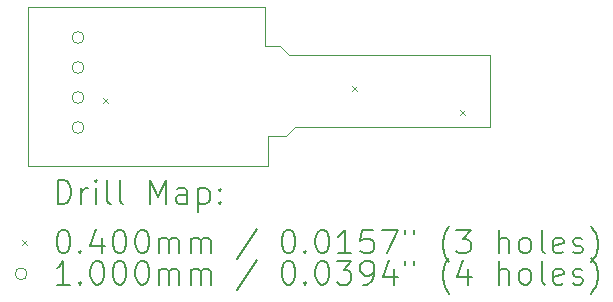
<source format=gbr>
%TF.GenerationSoftware,KiCad,Pcbnew,7.0.6-7.0.6~ubuntu22.04.1*%
%TF.CreationDate,2023-08-14T10:47:36+02:00*%
%TF.ProjectId,SHT45,53485434-352e-46b6-9963-61645f706362,rev?*%
%TF.SameCoordinates,Original*%
%TF.FileFunction,Drillmap*%
%TF.FilePolarity,Positive*%
%FSLAX45Y45*%
G04 Gerber Fmt 4.5, Leading zero omitted, Abs format (unit mm)*
G04 Created by KiCad (PCBNEW 7.0.6-7.0.6~ubuntu22.04.1) date 2023-08-14 10:47:36*
%MOMM*%
%LPD*%
G01*
G04 APERTURE LIST*
%ADD10C,0.100000*%
%ADD11C,0.200000*%
%ADD12C,0.040000*%
G04 APERTURE END LIST*
D10*
X14351000Y-7899400D02*
X14478000Y-7899400D01*
X14554200Y-7975600D01*
X16256000Y-7975600D01*
X16256000Y-8585200D01*
X14605000Y-8585200D01*
X14528800Y-8661400D01*
X14376400Y-8661400D01*
X14376400Y-8915400D01*
X12344400Y-8915400D01*
X12344400Y-7569200D01*
X14351000Y-7569200D01*
X14351000Y-7899400D01*
D11*
D12*
X12984800Y-8336600D02*
X13024800Y-8376600D01*
X13024800Y-8336600D02*
X12984800Y-8376600D01*
X15093000Y-8235000D02*
X15133000Y-8275000D01*
X15133000Y-8235000D02*
X15093000Y-8275000D01*
X16007400Y-8438200D02*
X16047400Y-8478200D01*
X16047400Y-8438200D02*
X16007400Y-8478200D01*
D10*
X12821100Y-7823200D02*
G75*
G03*
X12821100Y-7823200I-50000J0D01*
G01*
X12821100Y-8077200D02*
G75*
G03*
X12821100Y-8077200I-50000J0D01*
G01*
X12821100Y-8331200D02*
G75*
G03*
X12821100Y-8331200I-50000J0D01*
G01*
X12821100Y-8585200D02*
G75*
G03*
X12821100Y-8585200I-50000J0D01*
G01*
D11*
X12600177Y-9231884D02*
X12600177Y-9031884D01*
X12600177Y-9031884D02*
X12647796Y-9031884D01*
X12647796Y-9031884D02*
X12676367Y-9041408D01*
X12676367Y-9041408D02*
X12695415Y-9060455D01*
X12695415Y-9060455D02*
X12704939Y-9079503D01*
X12704939Y-9079503D02*
X12714462Y-9117598D01*
X12714462Y-9117598D02*
X12714462Y-9146170D01*
X12714462Y-9146170D02*
X12704939Y-9184265D01*
X12704939Y-9184265D02*
X12695415Y-9203312D01*
X12695415Y-9203312D02*
X12676367Y-9222360D01*
X12676367Y-9222360D02*
X12647796Y-9231884D01*
X12647796Y-9231884D02*
X12600177Y-9231884D01*
X12800177Y-9231884D02*
X12800177Y-9098550D01*
X12800177Y-9136646D02*
X12809701Y-9117598D01*
X12809701Y-9117598D02*
X12819224Y-9108074D01*
X12819224Y-9108074D02*
X12838272Y-9098550D01*
X12838272Y-9098550D02*
X12857320Y-9098550D01*
X12923986Y-9231884D02*
X12923986Y-9098550D01*
X12923986Y-9031884D02*
X12914462Y-9041408D01*
X12914462Y-9041408D02*
X12923986Y-9050931D01*
X12923986Y-9050931D02*
X12933510Y-9041408D01*
X12933510Y-9041408D02*
X12923986Y-9031884D01*
X12923986Y-9031884D02*
X12923986Y-9050931D01*
X13047796Y-9231884D02*
X13028748Y-9222360D01*
X13028748Y-9222360D02*
X13019224Y-9203312D01*
X13019224Y-9203312D02*
X13019224Y-9031884D01*
X13152558Y-9231884D02*
X13133510Y-9222360D01*
X13133510Y-9222360D02*
X13123986Y-9203312D01*
X13123986Y-9203312D02*
X13123986Y-9031884D01*
X13381129Y-9231884D02*
X13381129Y-9031884D01*
X13381129Y-9031884D02*
X13447796Y-9174741D01*
X13447796Y-9174741D02*
X13514462Y-9031884D01*
X13514462Y-9031884D02*
X13514462Y-9231884D01*
X13695415Y-9231884D02*
X13695415Y-9127122D01*
X13695415Y-9127122D02*
X13685891Y-9108074D01*
X13685891Y-9108074D02*
X13666843Y-9098550D01*
X13666843Y-9098550D02*
X13628748Y-9098550D01*
X13628748Y-9098550D02*
X13609701Y-9108074D01*
X13695415Y-9222360D02*
X13676367Y-9231884D01*
X13676367Y-9231884D02*
X13628748Y-9231884D01*
X13628748Y-9231884D02*
X13609701Y-9222360D01*
X13609701Y-9222360D02*
X13600177Y-9203312D01*
X13600177Y-9203312D02*
X13600177Y-9184265D01*
X13600177Y-9184265D02*
X13609701Y-9165217D01*
X13609701Y-9165217D02*
X13628748Y-9155693D01*
X13628748Y-9155693D02*
X13676367Y-9155693D01*
X13676367Y-9155693D02*
X13695415Y-9146170D01*
X13790653Y-9098550D02*
X13790653Y-9298550D01*
X13790653Y-9108074D02*
X13809701Y-9098550D01*
X13809701Y-9098550D02*
X13847796Y-9098550D01*
X13847796Y-9098550D02*
X13866843Y-9108074D01*
X13866843Y-9108074D02*
X13876367Y-9117598D01*
X13876367Y-9117598D02*
X13885891Y-9136646D01*
X13885891Y-9136646D02*
X13885891Y-9193789D01*
X13885891Y-9193789D02*
X13876367Y-9212836D01*
X13876367Y-9212836D02*
X13866843Y-9222360D01*
X13866843Y-9222360D02*
X13847796Y-9231884D01*
X13847796Y-9231884D02*
X13809701Y-9231884D01*
X13809701Y-9231884D02*
X13790653Y-9222360D01*
X13971605Y-9212836D02*
X13981129Y-9222360D01*
X13981129Y-9222360D02*
X13971605Y-9231884D01*
X13971605Y-9231884D02*
X13962082Y-9222360D01*
X13962082Y-9222360D02*
X13971605Y-9212836D01*
X13971605Y-9212836D02*
X13971605Y-9231884D01*
X13971605Y-9108074D02*
X13981129Y-9117598D01*
X13981129Y-9117598D02*
X13971605Y-9127122D01*
X13971605Y-9127122D02*
X13962082Y-9117598D01*
X13962082Y-9117598D02*
X13971605Y-9108074D01*
X13971605Y-9108074D02*
X13971605Y-9127122D01*
D12*
X12299400Y-9540400D02*
X12339400Y-9580400D01*
X12339400Y-9540400D02*
X12299400Y-9580400D01*
D11*
X12638272Y-9451884D02*
X12657320Y-9451884D01*
X12657320Y-9451884D02*
X12676367Y-9461408D01*
X12676367Y-9461408D02*
X12685891Y-9470931D01*
X12685891Y-9470931D02*
X12695415Y-9489979D01*
X12695415Y-9489979D02*
X12704939Y-9528074D01*
X12704939Y-9528074D02*
X12704939Y-9575693D01*
X12704939Y-9575693D02*
X12695415Y-9613789D01*
X12695415Y-9613789D02*
X12685891Y-9632836D01*
X12685891Y-9632836D02*
X12676367Y-9642360D01*
X12676367Y-9642360D02*
X12657320Y-9651884D01*
X12657320Y-9651884D02*
X12638272Y-9651884D01*
X12638272Y-9651884D02*
X12619224Y-9642360D01*
X12619224Y-9642360D02*
X12609701Y-9632836D01*
X12609701Y-9632836D02*
X12600177Y-9613789D01*
X12600177Y-9613789D02*
X12590653Y-9575693D01*
X12590653Y-9575693D02*
X12590653Y-9528074D01*
X12590653Y-9528074D02*
X12600177Y-9489979D01*
X12600177Y-9489979D02*
X12609701Y-9470931D01*
X12609701Y-9470931D02*
X12619224Y-9461408D01*
X12619224Y-9461408D02*
X12638272Y-9451884D01*
X12790653Y-9632836D02*
X12800177Y-9642360D01*
X12800177Y-9642360D02*
X12790653Y-9651884D01*
X12790653Y-9651884D02*
X12781129Y-9642360D01*
X12781129Y-9642360D02*
X12790653Y-9632836D01*
X12790653Y-9632836D02*
X12790653Y-9651884D01*
X12971605Y-9518550D02*
X12971605Y-9651884D01*
X12923986Y-9442360D02*
X12876367Y-9585217D01*
X12876367Y-9585217D02*
X13000177Y-9585217D01*
X13114462Y-9451884D02*
X13133510Y-9451884D01*
X13133510Y-9451884D02*
X13152558Y-9461408D01*
X13152558Y-9461408D02*
X13162082Y-9470931D01*
X13162082Y-9470931D02*
X13171605Y-9489979D01*
X13171605Y-9489979D02*
X13181129Y-9528074D01*
X13181129Y-9528074D02*
X13181129Y-9575693D01*
X13181129Y-9575693D02*
X13171605Y-9613789D01*
X13171605Y-9613789D02*
X13162082Y-9632836D01*
X13162082Y-9632836D02*
X13152558Y-9642360D01*
X13152558Y-9642360D02*
X13133510Y-9651884D01*
X13133510Y-9651884D02*
X13114462Y-9651884D01*
X13114462Y-9651884D02*
X13095415Y-9642360D01*
X13095415Y-9642360D02*
X13085891Y-9632836D01*
X13085891Y-9632836D02*
X13076367Y-9613789D01*
X13076367Y-9613789D02*
X13066843Y-9575693D01*
X13066843Y-9575693D02*
X13066843Y-9528074D01*
X13066843Y-9528074D02*
X13076367Y-9489979D01*
X13076367Y-9489979D02*
X13085891Y-9470931D01*
X13085891Y-9470931D02*
X13095415Y-9461408D01*
X13095415Y-9461408D02*
X13114462Y-9451884D01*
X13304939Y-9451884D02*
X13323986Y-9451884D01*
X13323986Y-9451884D02*
X13343034Y-9461408D01*
X13343034Y-9461408D02*
X13352558Y-9470931D01*
X13352558Y-9470931D02*
X13362082Y-9489979D01*
X13362082Y-9489979D02*
X13371605Y-9528074D01*
X13371605Y-9528074D02*
X13371605Y-9575693D01*
X13371605Y-9575693D02*
X13362082Y-9613789D01*
X13362082Y-9613789D02*
X13352558Y-9632836D01*
X13352558Y-9632836D02*
X13343034Y-9642360D01*
X13343034Y-9642360D02*
X13323986Y-9651884D01*
X13323986Y-9651884D02*
X13304939Y-9651884D01*
X13304939Y-9651884D02*
X13285891Y-9642360D01*
X13285891Y-9642360D02*
X13276367Y-9632836D01*
X13276367Y-9632836D02*
X13266843Y-9613789D01*
X13266843Y-9613789D02*
X13257320Y-9575693D01*
X13257320Y-9575693D02*
X13257320Y-9528074D01*
X13257320Y-9528074D02*
X13266843Y-9489979D01*
X13266843Y-9489979D02*
X13276367Y-9470931D01*
X13276367Y-9470931D02*
X13285891Y-9461408D01*
X13285891Y-9461408D02*
X13304939Y-9451884D01*
X13457320Y-9651884D02*
X13457320Y-9518550D01*
X13457320Y-9537598D02*
X13466843Y-9528074D01*
X13466843Y-9528074D02*
X13485891Y-9518550D01*
X13485891Y-9518550D02*
X13514463Y-9518550D01*
X13514463Y-9518550D02*
X13533510Y-9528074D01*
X13533510Y-9528074D02*
X13543034Y-9547122D01*
X13543034Y-9547122D02*
X13543034Y-9651884D01*
X13543034Y-9547122D02*
X13552558Y-9528074D01*
X13552558Y-9528074D02*
X13571605Y-9518550D01*
X13571605Y-9518550D02*
X13600177Y-9518550D01*
X13600177Y-9518550D02*
X13619224Y-9528074D01*
X13619224Y-9528074D02*
X13628748Y-9547122D01*
X13628748Y-9547122D02*
X13628748Y-9651884D01*
X13723986Y-9651884D02*
X13723986Y-9518550D01*
X13723986Y-9537598D02*
X13733510Y-9528074D01*
X13733510Y-9528074D02*
X13752558Y-9518550D01*
X13752558Y-9518550D02*
X13781129Y-9518550D01*
X13781129Y-9518550D02*
X13800177Y-9528074D01*
X13800177Y-9528074D02*
X13809701Y-9547122D01*
X13809701Y-9547122D02*
X13809701Y-9651884D01*
X13809701Y-9547122D02*
X13819224Y-9528074D01*
X13819224Y-9528074D02*
X13838272Y-9518550D01*
X13838272Y-9518550D02*
X13866843Y-9518550D01*
X13866843Y-9518550D02*
X13885891Y-9528074D01*
X13885891Y-9528074D02*
X13895415Y-9547122D01*
X13895415Y-9547122D02*
X13895415Y-9651884D01*
X14285891Y-9442360D02*
X14114463Y-9699503D01*
X14543034Y-9451884D02*
X14562082Y-9451884D01*
X14562082Y-9451884D02*
X14581129Y-9461408D01*
X14581129Y-9461408D02*
X14590653Y-9470931D01*
X14590653Y-9470931D02*
X14600177Y-9489979D01*
X14600177Y-9489979D02*
X14609701Y-9528074D01*
X14609701Y-9528074D02*
X14609701Y-9575693D01*
X14609701Y-9575693D02*
X14600177Y-9613789D01*
X14600177Y-9613789D02*
X14590653Y-9632836D01*
X14590653Y-9632836D02*
X14581129Y-9642360D01*
X14581129Y-9642360D02*
X14562082Y-9651884D01*
X14562082Y-9651884D02*
X14543034Y-9651884D01*
X14543034Y-9651884D02*
X14523986Y-9642360D01*
X14523986Y-9642360D02*
X14514463Y-9632836D01*
X14514463Y-9632836D02*
X14504939Y-9613789D01*
X14504939Y-9613789D02*
X14495415Y-9575693D01*
X14495415Y-9575693D02*
X14495415Y-9528074D01*
X14495415Y-9528074D02*
X14504939Y-9489979D01*
X14504939Y-9489979D02*
X14514463Y-9470931D01*
X14514463Y-9470931D02*
X14523986Y-9461408D01*
X14523986Y-9461408D02*
X14543034Y-9451884D01*
X14695415Y-9632836D02*
X14704939Y-9642360D01*
X14704939Y-9642360D02*
X14695415Y-9651884D01*
X14695415Y-9651884D02*
X14685891Y-9642360D01*
X14685891Y-9642360D02*
X14695415Y-9632836D01*
X14695415Y-9632836D02*
X14695415Y-9651884D01*
X14828748Y-9451884D02*
X14847796Y-9451884D01*
X14847796Y-9451884D02*
X14866844Y-9461408D01*
X14866844Y-9461408D02*
X14876367Y-9470931D01*
X14876367Y-9470931D02*
X14885891Y-9489979D01*
X14885891Y-9489979D02*
X14895415Y-9528074D01*
X14895415Y-9528074D02*
X14895415Y-9575693D01*
X14895415Y-9575693D02*
X14885891Y-9613789D01*
X14885891Y-9613789D02*
X14876367Y-9632836D01*
X14876367Y-9632836D02*
X14866844Y-9642360D01*
X14866844Y-9642360D02*
X14847796Y-9651884D01*
X14847796Y-9651884D02*
X14828748Y-9651884D01*
X14828748Y-9651884D02*
X14809701Y-9642360D01*
X14809701Y-9642360D02*
X14800177Y-9632836D01*
X14800177Y-9632836D02*
X14790653Y-9613789D01*
X14790653Y-9613789D02*
X14781129Y-9575693D01*
X14781129Y-9575693D02*
X14781129Y-9528074D01*
X14781129Y-9528074D02*
X14790653Y-9489979D01*
X14790653Y-9489979D02*
X14800177Y-9470931D01*
X14800177Y-9470931D02*
X14809701Y-9461408D01*
X14809701Y-9461408D02*
X14828748Y-9451884D01*
X15085891Y-9651884D02*
X14971606Y-9651884D01*
X15028748Y-9651884D02*
X15028748Y-9451884D01*
X15028748Y-9451884D02*
X15009701Y-9480455D01*
X15009701Y-9480455D02*
X14990653Y-9499503D01*
X14990653Y-9499503D02*
X14971606Y-9509027D01*
X15266844Y-9451884D02*
X15171606Y-9451884D01*
X15171606Y-9451884D02*
X15162082Y-9547122D01*
X15162082Y-9547122D02*
X15171606Y-9537598D01*
X15171606Y-9537598D02*
X15190653Y-9528074D01*
X15190653Y-9528074D02*
X15238272Y-9528074D01*
X15238272Y-9528074D02*
X15257320Y-9537598D01*
X15257320Y-9537598D02*
X15266844Y-9547122D01*
X15266844Y-9547122D02*
X15276367Y-9566170D01*
X15276367Y-9566170D02*
X15276367Y-9613789D01*
X15276367Y-9613789D02*
X15266844Y-9632836D01*
X15266844Y-9632836D02*
X15257320Y-9642360D01*
X15257320Y-9642360D02*
X15238272Y-9651884D01*
X15238272Y-9651884D02*
X15190653Y-9651884D01*
X15190653Y-9651884D02*
X15171606Y-9642360D01*
X15171606Y-9642360D02*
X15162082Y-9632836D01*
X15343034Y-9451884D02*
X15476367Y-9451884D01*
X15476367Y-9451884D02*
X15390653Y-9651884D01*
X15543034Y-9451884D02*
X15543034Y-9489979D01*
X15619225Y-9451884D02*
X15619225Y-9489979D01*
X15914463Y-9728074D02*
X15904939Y-9718550D01*
X15904939Y-9718550D02*
X15885891Y-9689979D01*
X15885891Y-9689979D02*
X15876368Y-9670931D01*
X15876368Y-9670931D02*
X15866844Y-9642360D01*
X15866844Y-9642360D02*
X15857320Y-9594741D01*
X15857320Y-9594741D02*
X15857320Y-9556646D01*
X15857320Y-9556646D02*
X15866844Y-9509027D01*
X15866844Y-9509027D02*
X15876368Y-9480455D01*
X15876368Y-9480455D02*
X15885891Y-9461408D01*
X15885891Y-9461408D02*
X15904939Y-9432836D01*
X15904939Y-9432836D02*
X15914463Y-9423312D01*
X15971606Y-9451884D02*
X16095415Y-9451884D01*
X16095415Y-9451884D02*
X16028748Y-9528074D01*
X16028748Y-9528074D02*
X16057320Y-9528074D01*
X16057320Y-9528074D02*
X16076368Y-9537598D01*
X16076368Y-9537598D02*
X16085891Y-9547122D01*
X16085891Y-9547122D02*
X16095415Y-9566170D01*
X16095415Y-9566170D02*
X16095415Y-9613789D01*
X16095415Y-9613789D02*
X16085891Y-9632836D01*
X16085891Y-9632836D02*
X16076368Y-9642360D01*
X16076368Y-9642360D02*
X16057320Y-9651884D01*
X16057320Y-9651884D02*
X16000177Y-9651884D01*
X16000177Y-9651884D02*
X15981129Y-9642360D01*
X15981129Y-9642360D02*
X15971606Y-9632836D01*
X16333510Y-9651884D02*
X16333510Y-9451884D01*
X16419225Y-9651884D02*
X16419225Y-9547122D01*
X16419225Y-9547122D02*
X16409701Y-9528074D01*
X16409701Y-9528074D02*
X16390653Y-9518550D01*
X16390653Y-9518550D02*
X16362082Y-9518550D01*
X16362082Y-9518550D02*
X16343034Y-9528074D01*
X16343034Y-9528074D02*
X16333510Y-9537598D01*
X16543034Y-9651884D02*
X16523987Y-9642360D01*
X16523987Y-9642360D02*
X16514463Y-9632836D01*
X16514463Y-9632836D02*
X16504939Y-9613789D01*
X16504939Y-9613789D02*
X16504939Y-9556646D01*
X16504939Y-9556646D02*
X16514463Y-9537598D01*
X16514463Y-9537598D02*
X16523987Y-9528074D01*
X16523987Y-9528074D02*
X16543034Y-9518550D01*
X16543034Y-9518550D02*
X16571606Y-9518550D01*
X16571606Y-9518550D02*
X16590653Y-9528074D01*
X16590653Y-9528074D02*
X16600177Y-9537598D01*
X16600177Y-9537598D02*
X16609701Y-9556646D01*
X16609701Y-9556646D02*
X16609701Y-9613789D01*
X16609701Y-9613789D02*
X16600177Y-9632836D01*
X16600177Y-9632836D02*
X16590653Y-9642360D01*
X16590653Y-9642360D02*
X16571606Y-9651884D01*
X16571606Y-9651884D02*
X16543034Y-9651884D01*
X16723987Y-9651884D02*
X16704939Y-9642360D01*
X16704939Y-9642360D02*
X16695415Y-9623312D01*
X16695415Y-9623312D02*
X16695415Y-9451884D01*
X16876368Y-9642360D02*
X16857320Y-9651884D01*
X16857320Y-9651884D02*
X16819225Y-9651884D01*
X16819225Y-9651884D02*
X16800177Y-9642360D01*
X16800177Y-9642360D02*
X16790653Y-9623312D01*
X16790653Y-9623312D02*
X16790653Y-9547122D01*
X16790653Y-9547122D02*
X16800177Y-9528074D01*
X16800177Y-9528074D02*
X16819225Y-9518550D01*
X16819225Y-9518550D02*
X16857320Y-9518550D01*
X16857320Y-9518550D02*
X16876368Y-9528074D01*
X16876368Y-9528074D02*
X16885892Y-9547122D01*
X16885892Y-9547122D02*
X16885892Y-9566170D01*
X16885892Y-9566170D02*
X16790653Y-9585217D01*
X16962082Y-9642360D02*
X16981130Y-9651884D01*
X16981130Y-9651884D02*
X17019225Y-9651884D01*
X17019225Y-9651884D02*
X17038273Y-9642360D01*
X17038273Y-9642360D02*
X17047796Y-9623312D01*
X17047796Y-9623312D02*
X17047796Y-9613789D01*
X17047796Y-9613789D02*
X17038273Y-9594741D01*
X17038273Y-9594741D02*
X17019225Y-9585217D01*
X17019225Y-9585217D02*
X16990653Y-9585217D01*
X16990653Y-9585217D02*
X16971606Y-9575693D01*
X16971606Y-9575693D02*
X16962082Y-9556646D01*
X16962082Y-9556646D02*
X16962082Y-9547122D01*
X16962082Y-9547122D02*
X16971606Y-9528074D01*
X16971606Y-9528074D02*
X16990653Y-9518550D01*
X16990653Y-9518550D02*
X17019225Y-9518550D01*
X17019225Y-9518550D02*
X17038273Y-9528074D01*
X17114463Y-9728074D02*
X17123987Y-9718550D01*
X17123987Y-9718550D02*
X17143034Y-9689979D01*
X17143034Y-9689979D02*
X17152558Y-9670931D01*
X17152558Y-9670931D02*
X17162082Y-9642360D01*
X17162082Y-9642360D02*
X17171606Y-9594741D01*
X17171606Y-9594741D02*
X17171606Y-9556646D01*
X17171606Y-9556646D02*
X17162082Y-9509027D01*
X17162082Y-9509027D02*
X17152558Y-9480455D01*
X17152558Y-9480455D02*
X17143034Y-9461408D01*
X17143034Y-9461408D02*
X17123987Y-9432836D01*
X17123987Y-9432836D02*
X17114463Y-9423312D01*
D10*
X12339400Y-9824400D02*
G75*
G03*
X12339400Y-9824400I-50000J0D01*
G01*
D11*
X12704939Y-9915884D02*
X12590653Y-9915884D01*
X12647796Y-9915884D02*
X12647796Y-9715884D01*
X12647796Y-9715884D02*
X12628748Y-9744455D01*
X12628748Y-9744455D02*
X12609701Y-9763503D01*
X12609701Y-9763503D02*
X12590653Y-9773027D01*
X12790653Y-9896836D02*
X12800177Y-9906360D01*
X12800177Y-9906360D02*
X12790653Y-9915884D01*
X12790653Y-9915884D02*
X12781129Y-9906360D01*
X12781129Y-9906360D02*
X12790653Y-9896836D01*
X12790653Y-9896836D02*
X12790653Y-9915884D01*
X12923986Y-9715884D02*
X12943034Y-9715884D01*
X12943034Y-9715884D02*
X12962082Y-9725408D01*
X12962082Y-9725408D02*
X12971605Y-9734931D01*
X12971605Y-9734931D02*
X12981129Y-9753979D01*
X12981129Y-9753979D02*
X12990653Y-9792074D01*
X12990653Y-9792074D02*
X12990653Y-9839693D01*
X12990653Y-9839693D02*
X12981129Y-9877789D01*
X12981129Y-9877789D02*
X12971605Y-9896836D01*
X12971605Y-9896836D02*
X12962082Y-9906360D01*
X12962082Y-9906360D02*
X12943034Y-9915884D01*
X12943034Y-9915884D02*
X12923986Y-9915884D01*
X12923986Y-9915884D02*
X12904939Y-9906360D01*
X12904939Y-9906360D02*
X12895415Y-9896836D01*
X12895415Y-9896836D02*
X12885891Y-9877789D01*
X12885891Y-9877789D02*
X12876367Y-9839693D01*
X12876367Y-9839693D02*
X12876367Y-9792074D01*
X12876367Y-9792074D02*
X12885891Y-9753979D01*
X12885891Y-9753979D02*
X12895415Y-9734931D01*
X12895415Y-9734931D02*
X12904939Y-9725408D01*
X12904939Y-9725408D02*
X12923986Y-9715884D01*
X13114462Y-9715884D02*
X13133510Y-9715884D01*
X13133510Y-9715884D02*
X13152558Y-9725408D01*
X13152558Y-9725408D02*
X13162082Y-9734931D01*
X13162082Y-9734931D02*
X13171605Y-9753979D01*
X13171605Y-9753979D02*
X13181129Y-9792074D01*
X13181129Y-9792074D02*
X13181129Y-9839693D01*
X13181129Y-9839693D02*
X13171605Y-9877789D01*
X13171605Y-9877789D02*
X13162082Y-9896836D01*
X13162082Y-9896836D02*
X13152558Y-9906360D01*
X13152558Y-9906360D02*
X13133510Y-9915884D01*
X13133510Y-9915884D02*
X13114462Y-9915884D01*
X13114462Y-9915884D02*
X13095415Y-9906360D01*
X13095415Y-9906360D02*
X13085891Y-9896836D01*
X13085891Y-9896836D02*
X13076367Y-9877789D01*
X13076367Y-9877789D02*
X13066843Y-9839693D01*
X13066843Y-9839693D02*
X13066843Y-9792074D01*
X13066843Y-9792074D02*
X13076367Y-9753979D01*
X13076367Y-9753979D02*
X13085891Y-9734931D01*
X13085891Y-9734931D02*
X13095415Y-9725408D01*
X13095415Y-9725408D02*
X13114462Y-9715884D01*
X13304939Y-9715884D02*
X13323986Y-9715884D01*
X13323986Y-9715884D02*
X13343034Y-9725408D01*
X13343034Y-9725408D02*
X13352558Y-9734931D01*
X13352558Y-9734931D02*
X13362082Y-9753979D01*
X13362082Y-9753979D02*
X13371605Y-9792074D01*
X13371605Y-9792074D02*
X13371605Y-9839693D01*
X13371605Y-9839693D02*
X13362082Y-9877789D01*
X13362082Y-9877789D02*
X13352558Y-9896836D01*
X13352558Y-9896836D02*
X13343034Y-9906360D01*
X13343034Y-9906360D02*
X13323986Y-9915884D01*
X13323986Y-9915884D02*
X13304939Y-9915884D01*
X13304939Y-9915884D02*
X13285891Y-9906360D01*
X13285891Y-9906360D02*
X13276367Y-9896836D01*
X13276367Y-9896836D02*
X13266843Y-9877789D01*
X13266843Y-9877789D02*
X13257320Y-9839693D01*
X13257320Y-9839693D02*
X13257320Y-9792074D01*
X13257320Y-9792074D02*
X13266843Y-9753979D01*
X13266843Y-9753979D02*
X13276367Y-9734931D01*
X13276367Y-9734931D02*
X13285891Y-9725408D01*
X13285891Y-9725408D02*
X13304939Y-9715884D01*
X13457320Y-9915884D02*
X13457320Y-9782550D01*
X13457320Y-9801598D02*
X13466843Y-9792074D01*
X13466843Y-9792074D02*
X13485891Y-9782550D01*
X13485891Y-9782550D02*
X13514463Y-9782550D01*
X13514463Y-9782550D02*
X13533510Y-9792074D01*
X13533510Y-9792074D02*
X13543034Y-9811122D01*
X13543034Y-9811122D02*
X13543034Y-9915884D01*
X13543034Y-9811122D02*
X13552558Y-9792074D01*
X13552558Y-9792074D02*
X13571605Y-9782550D01*
X13571605Y-9782550D02*
X13600177Y-9782550D01*
X13600177Y-9782550D02*
X13619224Y-9792074D01*
X13619224Y-9792074D02*
X13628748Y-9811122D01*
X13628748Y-9811122D02*
X13628748Y-9915884D01*
X13723986Y-9915884D02*
X13723986Y-9782550D01*
X13723986Y-9801598D02*
X13733510Y-9792074D01*
X13733510Y-9792074D02*
X13752558Y-9782550D01*
X13752558Y-9782550D02*
X13781129Y-9782550D01*
X13781129Y-9782550D02*
X13800177Y-9792074D01*
X13800177Y-9792074D02*
X13809701Y-9811122D01*
X13809701Y-9811122D02*
X13809701Y-9915884D01*
X13809701Y-9811122D02*
X13819224Y-9792074D01*
X13819224Y-9792074D02*
X13838272Y-9782550D01*
X13838272Y-9782550D02*
X13866843Y-9782550D01*
X13866843Y-9782550D02*
X13885891Y-9792074D01*
X13885891Y-9792074D02*
X13895415Y-9811122D01*
X13895415Y-9811122D02*
X13895415Y-9915884D01*
X14285891Y-9706360D02*
X14114463Y-9963503D01*
X14543034Y-9715884D02*
X14562082Y-9715884D01*
X14562082Y-9715884D02*
X14581129Y-9725408D01*
X14581129Y-9725408D02*
X14590653Y-9734931D01*
X14590653Y-9734931D02*
X14600177Y-9753979D01*
X14600177Y-9753979D02*
X14609701Y-9792074D01*
X14609701Y-9792074D02*
X14609701Y-9839693D01*
X14609701Y-9839693D02*
X14600177Y-9877789D01*
X14600177Y-9877789D02*
X14590653Y-9896836D01*
X14590653Y-9896836D02*
X14581129Y-9906360D01*
X14581129Y-9906360D02*
X14562082Y-9915884D01*
X14562082Y-9915884D02*
X14543034Y-9915884D01*
X14543034Y-9915884D02*
X14523986Y-9906360D01*
X14523986Y-9906360D02*
X14514463Y-9896836D01*
X14514463Y-9896836D02*
X14504939Y-9877789D01*
X14504939Y-9877789D02*
X14495415Y-9839693D01*
X14495415Y-9839693D02*
X14495415Y-9792074D01*
X14495415Y-9792074D02*
X14504939Y-9753979D01*
X14504939Y-9753979D02*
X14514463Y-9734931D01*
X14514463Y-9734931D02*
X14523986Y-9725408D01*
X14523986Y-9725408D02*
X14543034Y-9715884D01*
X14695415Y-9896836D02*
X14704939Y-9906360D01*
X14704939Y-9906360D02*
X14695415Y-9915884D01*
X14695415Y-9915884D02*
X14685891Y-9906360D01*
X14685891Y-9906360D02*
X14695415Y-9896836D01*
X14695415Y-9896836D02*
X14695415Y-9915884D01*
X14828748Y-9715884D02*
X14847796Y-9715884D01*
X14847796Y-9715884D02*
X14866844Y-9725408D01*
X14866844Y-9725408D02*
X14876367Y-9734931D01*
X14876367Y-9734931D02*
X14885891Y-9753979D01*
X14885891Y-9753979D02*
X14895415Y-9792074D01*
X14895415Y-9792074D02*
X14895415Y-9839693D01*
X14895415Y-9839693D02*
X14885891Y-9877789D01*
X14885891Y-9877789D02*
X14876367Y-9896836D01*
X14876367Y-9896836D02*
X14866844Y-9906360D01*
X14866844Y-9906360D02*
X14847796Y-9915884D01*
X14847796Y-9915884D02*
X14828748Y-9915884D01*
X14828748Y-9915884D02*
X14809701Y-9906360D01*
X14809701Y-9906360D02*
X14800177Y-9896836D01*
X14800177Y-9896836D02*
X14790653Y-9877789D01*
X14790653Y-9877789D02*
X14781129Y-9839693D01*
X14781129Y-9839693D02*
X14781129Y-9792074D01*
X14781129Y-9792074D02*
X14790653Y-9753979D01*
X14790653Y-9753979D02*
X14800177Y-9734931D01*
X14800177Y-9734931D02*
X14809701Y-9725408D01*
X14809701Y-9725408D02*
X14828748Y-9715884D01*
X14962082Y-9715884D02*
X15085891Y-9715884D01*
X15085891Y-9715884D02*
X15019225Y-9792074D01*
X15019225Y-9792074D02*
X15047796Y-9792074D01*
X15047796Y-9792074D02*
X15066844Y-9801598D01*
X15066844Y-9801598D02*
X15076367Y-9811122D01*
X15076367Y-9811122D02*
X15085891Y-9830170D01*
X15085891Y-9830170D02*
X15085891Y-9877789D01*
X15085891Y-9877789D02*
X15076367Y-9896836D01*
X15076367Y-9896836D02*
X15066844Y-9906360D01*
X15066844Y-9906360D02*
X15047796Y-9915884D01*
X15047796Y-9915884D02*
X14990653Y-9915884D01*
X14990653Y-9915884D02*
X14971606Y-9906360D01*
X14971606Y-9906360D02*
X14962082Y-9896836D01*
X15181129Y-9915884D02*
X15219225Y-9915884D01*
X15219225Y-9915884D02*
X15238272Y-9906360D01*
X15238272Y-9906360D02*
X15247796Y-9896836D01*
X15247796Y-9896836D02*
X15266844Y-9868265D01*
X15266844Y-9868265D02*
X15276367Y-9830170D01*
X15276367Y-9830170D02*
X15276367Y-9753979D01*
X15276367Y-9753979D02*
X15266844Y-9734931D01*
X15266844Y-9734931D02*
X15257320Y-9725408D01*
X15257320Y-9725408D02*
X15238272Y-9715884D01*
X15238272Y-9715884D02*
X15200177Y-9715884D01*
X15200177Y-9715884D02*
X15181129Y-9725408D01*
X15181129Y-9725408D02*
X15171606Y-9734931D01*
X15171606Y-9734931D02*
X15162082Y-9753979D01*
X15162082Y-9753979D02*
X15162082Y-9801598D01*
X15162082Y-9801598D02*
X15171606Y-9820646D01*
X15171606Y-9820646D02*
X15181129Y-9830170D01*
X15181129Y-9830170D02*
X15200177Y-9839693D01*
X15200177Y-9839693D02*
X15238272Y-9839693D01*
X15238272Y-9839693D02*
X15257320Y-9830170D01*
X15257320Y-9830170D02*
X15266844Y-9820646D01*
X15266844Y-9820646D02*
X15276367Y-9801598D01*
X15447796Y-9782550D02*
X15447796Y-9915884D01*
X15400177Y-9706360D02*
X15352558Y-9849217D01*
X15352558Y-9849217D02*
X15476367Y-9849217D01*
X15543034Y-9715884D02*
X15543034Y-9753979D01*
X15619225Y-9715884D02*
X15619225Y-9753979D01*
X15914463Y-9992074D02*
X15904939Y-9982550D01*
X15904939Y-9982550D02*
X15885891Y-9953979D01*
X15885891Y-9953979D02*
X15876368Y-9934931D01*
X15876368Y-9934931D02*
X15866844Y-9906360D01*
X15866844Y-9906360D02*
X15857320Y-9858741D01*
X15857320Y-9858741D02*
X15857320Y-9820646D01*
X15857320Y-9820646D02*
X15866844Y-9773027D01*
X15866844Y-9773027D02*
X15876368Y-9744455D01*
X15876368Y-9744455D02*
X15885891Y-9725408D01*
X15885891Y-9725408D02*
X15904939Y-9696836D01*
X15904939Y-9696836D02*
X15914463Y-9687312D01*
X16076368Y-9782550D02*
X16076368Y-9915884D01*
X16028748Y-9706360D02*
X15981129Y-9849217D01*
X15981129Y-9849217D02*
X16104939Y-9849217D01*
X16333510Y-9915884D02*
X16333510Y-9715884D01*
X16419225Y-9915884D02*
X16419225Y-9811122D01*
X16419225Y-9811122D02*
X16409701Y-9792074D01*
X16409701Y-9792074D02*
X16390653Y-9782550D01*
X16390653Y-9782550D02*
X16362082Y-9782550D01*
X16362082Y-9782550D02*
X16343034Y-9792074D01*
X16343034Y-9792074D02*
X16333510Y-9801598D01*
X16543034Y-9915884D02*
X16523987Y-9906360D01*
X16523987Y-9906360D02*
X16514463Y-9896836D01*
X16514463Y-9896836D02*
X16504939Y-9877789D01*
X16504939Y-9877789D02*
X16504939Y-9820646D01*
X16504939Y-9820646D02*
X16514463Y-9801598D01*
X16514463Y-9801598D02*
X16523987Y-9792074D01*
X16523987Y-9792074D02*
X16543034Y-9782550D01*
X16543034Y-9782550D02*
X16571606Y-9782550D01*
X16571606Y-9782550D02*
X16590653Y-9792074D01*
X16590653Y-9792074D02*
X16600177Y-9801598D01*
X16600177Y-9801598D02*
X16609701Y-9820646D01*
X16609701Y-9820646D02*
X16609701Y-9877789D01*
X16609701Y-9877789D02*
X16600177Y-9896836D01*
X16600177Y-9896836D02*
X16590653Y-9906360D01*
X16590653Y-9906360D02*
X16571606Y-9915884D01*
X16571606Y-9915884D02*
X16543034Y-9915884D01*
X16723987Y-9915884D02*
X16704939Y-9906360D01*
X16704939Y-9906360D02*
X16695415Y-9887312D01*
X16695415Y-9887312D02*
X16695415Y-9715884D01*
X16876368Y-9906360D02*
X16857320Y-9915884D01*
X16857320Y-9915884D02*
X16819225Y-9915884D01*
X16819225Y-9915884D02*
X16800177Y-9906360D01*
X16800177Y-9906360D02*
X16790653Y-9887312D01*
X16790653Y-9887312D02*
X16790653Y-9811122D01*
X16790653Y-9811122D02*
X16800177Y-9792074D01*
X16800177Y-9792074D02*
X16819225Y-9782550D01*
X16819225Y-9782550D02*
X16857320Y-9782550D01*
X16857320Y-9782550D02*
X16876368Y-9792074D01*
X16876368Y-9792074D02*
X16885892Y-9811122D01*
X16885892Y-9811122D02*
X16885892Y-9830170D01*
X16885892Y-9830170D02*
X16790653Y-9849217D01*
X16962082Y-9906360D02*
X16981130Y-9915884D01*
X16981130Y-9915884D02*
X17019225Y-9915884D01*
X17019225Y-9915884D02*
X17038273Y-9906360D01*
X17038273Y-9906360D02*
X17047796Y-9887312D01*
X17047796Y-9887312D02*
X17047796Y-9877789D01*
X17047796Y-9877789D02*
X17038273Y-9858741D01*
X17038273Y-9858741D02*
X17019225Y-9849217D01*
X17019225Y-9849217D02*
X16990653Y-9849217D01*
X16990653Y-9849217D02*
X16971606Y-9839693D01*
X16971606Y-9839693D02*
X16962082Y-9820646D01*
X16962082Y-9820646D02*
X16962082Y-9811122D01*
X16962082Y-9811122D02*
X16971606Y-9792074D01*
X16971606Y-9792074D02*
X16990653Y-9782550D01*
X16990653Y-9782550D02*
X17019225Y-9782550D01*
X17019225Y-9782550D02*
X17038273Y-9792074D01*
X17114463Y-9992074D02*
X17123987Y-9982550D01*
X17123987Y-9982550D02*
X17143034Y-9953979D01*
X17143034Y-9953979D02*
X17152558Y-9934931D01*
X17152558Y-9934931D02*
X17162082Y-9906360D01*
X17162082Y-9906360D02*
X17171606Y-9858741D01*
X17171606Y-9858741D02*
X17171606Y-9820646D01*
X17171606Y-9820646D02*
X17162082Y-9773027D01*
X17162082Y-9773027D02*
X17152558Y-9744455D01*
X17152558Y-9744455D02*
X17143034Y-9725408D01*
X17143034Y-9725408D02*
X17123987Y-9696836D01*
X17123987Y-9696836D02*
X17114463Y-9687312D01*
M02*

</source>
